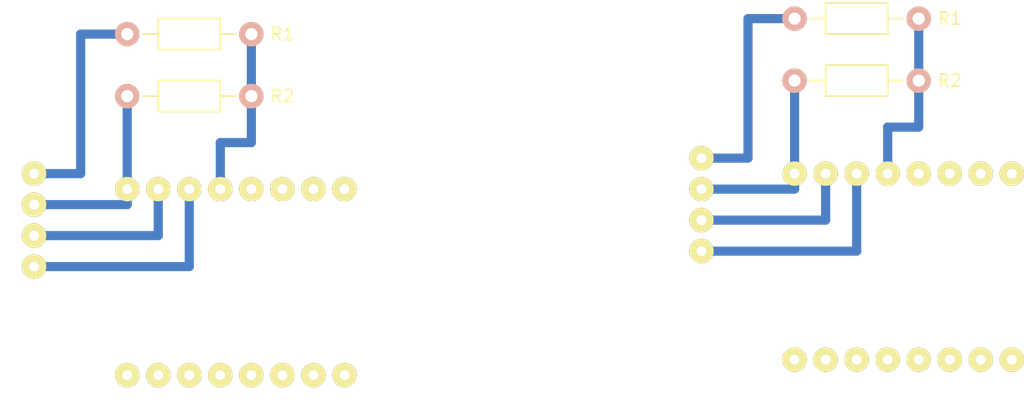
<source format=kicad_pcb>
(kicad_pcb (version 4) (host pcbnew 4.0.1-stable)

  (general
    (links 0)
    (no_connects 0)
    (area 94.8 49.074999 124.38949 82.255)
    (thickness 1.6)
    (drawings 0)
    (tracks 26)
    (zones 0)
    (modules 44)
    (nets 1)
  )

  (page A4)
  (layers
    (0 F.Cu signal)
    (31 B.Cu signal)
    (32 B.Adhes user)
    (33 F.Adhes user)
    (34 B.Paste user)
    (35 F.Paste user)
    (36 B.SilkS user)
    (37 F.SilkS user)
    (38 B.Mask user)
    (39 F.Mask user)
    (40 Dwgs.User user)
    (41 Cmts.User user)
    (42 Eco1.User user)
    (43 Eco2.User user)
    (44 Edge.Cuts user)
    (45 Margin user)
    (46 B.CrtYd user)
    (47 F.CrtYd user)
    (48 B.Fab user)
    (49 F.Fab user)
  )

  (setup
    (last_trace_width 0.75)
    (user_trace_width 0.75)
    (trace_clearance 0.2)
    (zone_clearance 0.508)
    (zone_45_only no)
    (trace_min 0.2)
    (segment_width 0.2)
    (edge_width 0.15)
    (via_size 0.6)
    (via_drill 0.4)
    (via_min_size 0.4)
    (via_min_drill 0.3)
    (uvia_size 0.3)
    (uvia_drill 0.1)
    (uvias_allowed no)
    (uvia_min_size 0.2)
    (uvia_min_drill 0.1)
    (pcb_text_width 0.3)
    (pcb_text_size 1.5 1.5)
    (mod_edge_width 0.15)
    (mod_text_size 1 1)
    (mod_text_width 0.15)
    (pad_size 1.524 1.524)
    (pad_drill 0.762)
    (pad_to_mask_clearance 0.2)
    (aux_axis_origin 0 0)
    (visible_elements FFFFFF7F)
    (pcbplotparams
      (layerselection 0x00030_80000001)
      (usegerberextensions false)
      (excludeedgelayer true)
      (linewidth 0.100000)
      (plotframeref false)
      (viasonmask false)
      (mode 1)
      (useauxorigin false)
      (hpglpennumber 1)
      (hpglpenspeed 20)
      (hpglpendiameter 15)
      (hpglpenoverlay 2)
      (psnegative false)
      (psa4output false)
      (plotreference true)
      (plotvalue true)
      (plotinvisibletext false)
      (padsonsilk false)
      (subtractmaskfromsilk false)
      (outputformat 1)
      (mirror false)
      (drillshape 1)
      (scaleselection 1)
      (outputdirectory ""))
  )

  (net 0 "")

  (net_class Default "This is the default net class."
    (clearance 0.2)
    (trace_width 0.25)
    (via_dia 0.6)
    (via_drill 0.4)
    (uvia_dia 0.3)
    (uvia_drill 0.1)
  )

  (module Resistors_ThroughHole:Resistor_Horizontal_RM10mm (layer F.Cu) (tedit 56BF9640) (tstamp 56BF9899)
    (at 160.02 49.53)
    (descr "Resistor, Axial,  RM 10mm, 1/3W")
    (tags "Resistor Axial RM 10mm 1/3W")
    (fp_text reference R1 (at 12.7 0) (layer F.SilkS)
      (effects (font (size 1 1) (thickness 0.15)))
    )
    (fp_text value 510 (at 5.08 0) (layer F.Fab)
      (effects (font (size 1 1) (thickness 0.15)))
    )
    (fp_line (start -1.25 -1.5) (end 11.4 -1.5) (layer F.CrtYd) (width 0.05))
    (fp_line (start -1.25 1.5) (end -1.25 -1.5) (layer F.CrtYd) (width 0.05))
    (fp_line (start 11.4 -1.5) (end 11.4 1.5) (layer F.CrtYd) (width 0.05))
    (fp_line (start -1.25 1.5) (end 11.4 1.5) (layer F.CrtYd) (width 0.05))
    (fp_line (start 2.54 -1.27) (end 7.62 -1.27) (layer F.SilkS) (width 0.15))
    (fp_line (start 7.62 -1.27) (end 7.62 1.27) (layer F.SilkS) (width 0.15))
    (fp_line (start 7.62 1.27) (end 2.54 1.27) (layer F.SilkS) (width 0.15))
    (fp_line (start 2.54 1.27) (end 2.54 -1.27) (layer F.SilkS) (width 0.15))
    (fp_line (start 2.54 0) (end 1.27 0) (layer F.SilkS) (width 0.15))
    (fp_line (start 7.62 0) (end 8.89 0) (layer F.SilkS) (width 0.15))
    (pad 1 thru_hole circle (at 0 0) (size 1.99898 1.99898) (drill 1.00076) (layers *.Cu *.SilkS *.Mask))
    (pad 2 thru_hole circle (at 10.16 0) (size 1.99898 1.99898) (drill 1.00076) (layers *.Cu *.SilkS *.Mask))
    (model Resistors_ThroughHole.3dshapes/Resistor_Horizontal_RM10mm.wrl
      (at (xyz 0 0 0))
      (scale (xyz 0.4 0.4 0.4))
      (rotate (xyz 0 0 0))
    )
  )

  (module Wire_Pads:SolderWirePad_single_0-8mmDrill (layer F.Cu) (tedit 56BF9357) (tstamp 56BF9895)
    (at 160.02 62.23)
    (fp_text reference "" (at 0 -2.54) (layer F.SilkS)
      (effects (font (size 1 1) (thickness 0.15)))
    )
    (fp_text value "" (at 0 2.54) (layer F.Fab)
      (effects (font (size 1 1) (thickness 0.15)))
    )
    (pad 1 thru_hole circle (at 0 0) (size 1.99898 1.99898) (drill 0.8001) (layers *.Cu *.Mask F.SilkS))
  )

  (module Wire_Pads:SolderWirePad_single_0-8mmDrill (layer F.Cu) (tedit 56BF9357) (tstamp 56BF9891)
    (at 162.56 62.23)
    (fp_text reference "" (at 0 -2.54) (layer F.SilkS)
      (effects (font (size 1 1) (thickness 0.15)))
    )
    (fp_text value "" (at 0 2.54) (layer F.Fab)
      (effects (font (size 1 1) (thickness 0.15)))
    )
    (pad 1 thru_hole circle (at 0 0) (size 1.99898 1.99898) (drill 0.8001) (layers *.Cu *.Mask F.SilkS))
  )

  (module Wire_Pads:SolderWirePad_single_0-8mmDrill (layer F.Cu) (tedit 56BF9357) (tstamp 56BF988D)
    (at 167.64 62.23)
    (fp_text reference "" (at 0 -2.54) (layer F.SilkS)
      (effects (font (size 1 1) (thickness 0.15)))
    )
    (fp_text value "" (at 0 2.54) (layer F.Fab)
      (effects (font (size 1 1) (thickness 0.15)))
    )
    (pad 1 thru_hole circle (at 0 0) (size 1.99898 1.99898) (drill 0.8001) (layers *.Cu *.Mask F.SilkS))
  )

  (module Wire_Pads:SolderWirePad_single_0-8mmDrill (layer F.Cu) (tedit 56BF9357) (tstamp 56BF9889)
    (at 165.1 62.23)
    (fp_text reference "" (at 0 -2.54) (layer F.SilkS)
      (effects (font (size 1 1) (thickness 0.15)))
    )
    (fp_text value "" (at 0 2.54) (layer F.Fab)
      (effects (font (size 1 1) (thickness 0.15)))
    )
    (pad 1 thru_hole circle (at 0 0) (size 1.99898 1.99898) (drill 0.8001) (layers *.Cu *.Mask F.SilkS))
  )

  (module Wire_Pads:SolderWirePad_single_0-8mmDrill (layer F.Cu) (tedit 56BF9357) (tstamp 56BF9885)
    (at 175.26 62.23)
    (fp_text reference "" (at 0 -2.54) (layer F.SilkS)
      (effects (font (size 1 1) (thickness 0.15)))
    )
    (fp_text value "" (at 0 2.54) (layer F.Fab)
      (effects (font (size 1 1) (thickness 0.15)))
    )
    (pad 1 thru_hole circle (at 0 0) (size 1.99898 1.99898) (drill 0.8001) (layers *.Cu *.Mask F.SilkS))
  )

  (module Wire_Pads:SolderWirePad_single_0-8mmDrill (layer F.Cu) (tedit 56BF9357) (tstamp 56BF9881)
    (at 177.8 62.23)
    (fp_text reference "" (at 0 -2.54) (layer F.SilkS)
      (effects (font (size 1 1) (thickness 0.15)))
    )
    (fp_text value "" (at 0 2.54) (layer F.Fab)
      (effects (font (size 1 1) (thickness 0.15)))
    )
    (pad 1 thru_hole circle (at 0 0) (size 1.99898 1.99898) (drill 0.8001) (layers *.Cu *.Mask F.SilkS))
  )

  (module Wire_Pads:SolderWirePad_single_0-8mmDrill (layer F.Cu) (tedit 56BF9357) (tstamp 56BF987D)
    (at 172.72 62.23)
    (fp_text reference "" (at 0 -2.54) (layer F.SilkS)
      (effects (font (size 1 1) (thickness 0.15)))
    )
    (fp_text value "" (at 0 2.54) (layer F.Fab)
      (effects (font (size 1 1) (thickness 0.15)))
    )
    (pad 1 thru_hole circle (at 0 0) (size 1.99898 1.99898) (drill 0.8001) (layers *.Cu *.Mask F.SilkS))
  )

  (module Wire_Pads:SolderWirePad_single_0-8mmDrill (layer F.Cu) (tedit 56BF9357) (tstamp 56BF9879)
    (at 170.18 62.23)
    (fp_text reference "" (at 0 -2.54) (layer F.SilkS)
      (effects (font (size 1 1) (thickness 0.15)))
    )
    (fp_text value "" (at 0 2.54) (layer F.Fab)
      (effects (font (size 1 1) (thickness 0.15)))
    )
    (pad 1 thru_hole circle (at 0 0) (size 1.99898 1.99898) (drill 0.8001) (layers *.Cu *.Mask F.SilkS))
  )

  (module Wire_Pads:SolderWirePad_single_0-8mmDrill (layer F.Cu) (tedit 56BF9357) (tstamp 56BF9875)
    (at 170.18 77.47)
    (fp_text reference "" (at 0 -2.54) (layer F.SilkS)
      (effects (font (size 1 1) (thickness 0.15)))
    )
    (fp_text value "" (at 0 2.54) (layer F.Fab)
      (effects (font (size 1 1) (thickness 0.15)))
    )
    (pad 1 thru_hole circle (at 0 0) (size 1.99898 1.99898) (drill 0.8001) (layers *.Cu *.Mask F.SilkS))
  )

  (module Wire_Pads:SolderWirePad_single_0-8mmDrill (layer F.Cu) (tedit 56BF9357) (tstamp 56BF9871)
    (at 172.72 77.47)
    (fp_text reference "" (at 0 -2.54) (layer F.SilkS)
      (effects (font (size 1 1) (thickness 0.15)))
    )
    (fp_text value "" (at 0 2.54) (layer F.Fab)
      (effects (font (size 1 1) (thickness 0.15)))
    )
    (pad 1 thru_hole circle (at 0 0) (size 1.99898 1.99898) (drill 0.8001) (layers *.Cu *.Mask F.SilkS))
  )

  (module Wire_Pads:SolderWirePad_single_0-8mmDrill (layer F.Cu) (tedit 56BF9357) (tstamp 56BF986D)
    (at 177.8 77.47)
    (fp_text reference "" (at 0 -2.54) (layer F.SilkS)
      (effects (font (size 1 1) (thickness 0.15)))
    )
    (fp_text value "" (at 0 2.54) (layer F.Fab)
      (effects (font (size 1 1) (thickness 0.15)))
    )
    (pad 1 thru_hole circle (at 0 0) (size 1.99898 1.99898) (drill 0.8001) (layers *.Cu *.Mask F.SilkS))
  )

  (module Wire_Pads:SolderWirePad_single_0-8mmDrill (layer F.Cu) (tedit 56BF9357) (tstamp 56BF9869)
    (at 175.26 77.47)
    (fp_text reference "" (at 0 -2.54) (layer F.SilkS)
      (effects (font (size 1 1) (thickness 0.15)))
    )
    (fp_text value "" (at 0 2.54) (layer F.Fab)
      (effects (font (size 1 1) (thickness 0.15)))
    )
    (pad 1 thru_hole circle (at 0 0) (size 1.99898 1.99898) (drill 0.8001) (layers *.Cu *.Mask F.SilkS))
  )

  (module Wire_Pads:SolderWirePad_single_0-8mmDrill (layer F.Cu) (tedit 56BF9357) (tstamp 56BF9865)
    (at 165.1 77.47)
    (fp_text reference "" (at 0 -2.54) (layer F.SilkS)
      (effects (font (size 1 1) (thickness 0.15)))
    )
    (fp_text value "" (at 0 2.54) (layer F.Fab)
      (effects (font (size 1 1) (thickness 0.15)))
    )
    (pad 1 thru_hole circle (at 0 0) (size 1.99898 1.99898) (drill 0.8001) (layers *.Cu *.Mask F.SilkS))
  )

  (module Wire_Pads:SolderWirePad_single_0-8mmDrill (layer F.Cu) (tedit 56BF9357) (tstamp 56BF9861)
    (at 167.64 77.47)
    (fp_text reference "" (at 0 -2.54) (layer F.SilkS)
      (effects (font (size 1 1) (thickness 0.15)))
    )
    (fp_text value "" (at 0 2.54) (layer F.Fab)
      (effects (font (size 1 1) (thickness 0.15)))
    )
    (pad 1 thru_hole circle (at 0 0) (size 1.99898 1.99898) (drill 0.8001) (layers *.Cu *.Mask F.SilkS))
  )

  (module Wire_Pads:SolderWirePad_single_0-8mmDrill (layer F.Cu) (tedit 56BF9357) (tstamp 56BF985D)
    (at 162.56 77.47)
    (fp_text reference "" (at 0 -2.54) (layer F.SilkS)
      (effects (font (size 1 1) (thickness 0.15)))
    )
    (fp_text value "" (at 0 2.54) (layer F.Fab)
      (effects (font (size 1 1) (thickness 0.15)))
    )
    (pad 1 thru_hole circle (at 0 0) (size 1.99898 1.99898) (drill 0.8001) (layers *.Cu *.Mask F.SilkS))
  )

  (module Wire_Pads:SolderWirePad_single_0-8mmDrill (layer F.Cu) (tedit 56BF9357) (tstamp 56BF9859)
    (at 160.02 77.47)
    (fp_text reference "" (at 0 -2.54) (layer F.SilkS)
      (effects (font (size 1 1) (thickness 0.15)))
    )
    (fp_text value "" (at 0 2.54) (layer F.Fab)
      (effects (font (size 1 1) (thickness 0.15)))
    )
    (pad 1 thru_hole circle (at 0 0) (size 1.99898 1.99898) (drill 0.8001) (layers *.Cu *.Mask F.SilkS))
  )

  (module Resistors_ThroughHole:Resistor_Horizontal_RM10mm (layer F.Cu) (tedit 56BF9662) (tstamp 56BF984A)
    (at 160.02 54.61)
    (descr "Resistor, Axial,  RM 10mm, 1/3W")
    (tags "Resistor Axial RM 10mm 1/3W")
    (fp_text reference R2 (at 12.7 0) (layer F.SilkS)
      (effects (font (size 1 1) (thickness 0.15)))
    )
    (fp_text value 1K (at 5.08 0) (layer F.Fab)
      (effects (font (size 1 1) (thickness 0.15)))
    )
    (fp_line (start -1.25 -1.5) (end 11.4 -1.5) (layer F.CrtYd) (width 0.05))
    (fp_line (start -1.25 1.5) (end -1.25 -1.5) (layer F.CrtYd) (width 0.05))
    (fp_line (start 11.4 -1.5) (end 11.4 1.5) (layer F.CrtYd) (width 0.05))
    (fp_line (start -1.25 1.5) (end 11.4 1.5) (layer F.CrtYd) (width 0.05))
    (fp_line (start 2.54 -1.27) (end 7.62 -1.27) (layer F.SilkS) (width 0.15))
    (fp_line (start 7.62 -1.27) (end 7.62 1.27) (layer F.SilkS) (width 0.15))
    (fp_line (start 7.62 1.27) (end 2.54 1.27) (layer F.SilkS) (width 0.15))
    (fp_line (start 2.54 1.27) (end 2.54 -1.27) (layer F.SilkS) (width 0.15))
    (fp_line (start 2.54 0) (end 1.27 0) (layer F.SilkS) (width 0.15))
    (fp_line (start 7.62 0) (end 8.89 0) (layer F.SilkS) (width 0.15))
    (pad 1 thru_hole circle (at 0 0) (size 1.99898 1.99898) (drill 1.00076) (layers *.Cu *.SilkS *.Mask))
    (pad 2 thru_hole circle (at 10.16 0) (size 1.99898 1.99898) (drill 1.00076) (layers *.Cu *.SilkS *.Mask))
    (model Resistors_ThroughHole.3dshapes/Resistor_Horizontal_RM10mm.wrl
      (at (xyz 0 0 0))
      (scale (xyz 0.4 0.4 0.4))
      (rotate (xyz 0 0 0))
    )
  )

  (module Wire_Pads:SolderWirePad_single_0-8mmDrill (layer F.Cu) (tedit 56BF9357) (tstamp 56BF9846)
    (at 152.4 60.96)
    (fp_text reference "" (at 0 -2.54) (layer F.SilkS)
      (effects (font (size 1 1) (thickness 0.15)))
    )
    (fp_text value "" (at 0 2.54) (layer F.Fab)
      (effects (font (size 1 1) (thickness 0.15)))
    )
    (pad 1 thru_hole circle (at 0 0) (size 1.99898 1.99898) (drill 0.8001) (layers *.Cu *.Mask F.SilkS))
  )

  (module Wire_Pads:SolderWirePad_single_0-8mmDrill (layer F.Cu) (tedit 56BF9357) (tstamp 56BF9842)
    (at 152.4 63.5)
    (fp_text reference "" (at 0 -2.54) (layer F.SilkS)
      (effects (font (size 1 1) (thickness 0.15)))
    )
    (fp_text value "" (at 0 2.54) (layer F.Fab)
      (effects (font (size 1 1) (thickness 0.15)))
    )
    (pad 1 thru_hole circle (at 0 0) (size 1.99898 1.99898) (drill 0.8001) (layers *.Cu *.Mask F.SilkS))
  )

  (module Wire_Pads:SolderWirePad_single_0-8mmDrill (layer F.Cu) (tedit 56BF9357) (tstamp 56BF983E)
    (at 152.4 68.58)
    (fp_text reference "" (at 0 -2.54) (layer F.SilkS)
      (effects (font (size 1 1) (thickness 0.15)))
    )
    (fp_text value "" (at 0 2.54) (layer F.Fab)
      (effects (font (size 1 1) (thickness 0.15)))
    )
    (pad 1 thru_hole circle (at 0 0) (size 1.99898 1.99898) (drill 0.8001) (layers *.Cu *.Mask F.SilkS))
  )

  (module Wire_Pads:SolderWirePad_single_0-8mmDrill (layer F.Cu) (tedit 56BF97B0) (tstamp 56BF983A)
    (at 149.86 68.58)
    (fp_text reference "" (at 0 -2.54) (layer F.SilkS)
      (effects (font (size 1 1) (thickness 0.15)))
    )
    (fp_text value "" (at 0 2.54) (layer F.Fab)
      (effects (font (size 1 1) (thickness 0.15)))
    )
    (pad 1 thru_hole circle (at 2.54 -2.54) (size 1.99898 1.99898) (drill 0.8001) (layers *.Cu *.Mask F.SilkS))
  )

  (module Wire_Pads:SolderWirePad_single_0-8mmDrill (layer F.Cu) (tedit 56BF97B0) (tstamp 56BF97A1)
    (at 95.25 69.85)
    (fp_text reference "" (at 0 -2.54) (layer F.SilkS)
      (effects (font (size 1 1) (thickness 0.15)))
    )
    (fp_text value "" (at 0 2.54) (layer F.Fab)
      (effects (font (size 1 1) (thickness 0.15)))
    )
    (pad 1 thru_hole circle (at 2.54 -2.54) (size 1.99898 1.99898) (drill 0.8001) (layers *.Cu *.Mask F.SilkS))
  )

  (module Wire_Pads:SolderWirePad_single_0-8mmDrill (layer F.Cu) (tedit 56BF9357) (tstamp 56BF979D)
    (at 97.79 69.85)
    (fp_text reference "" (at 0 -2.54) (layer F.SilkS)
      (effects (font (size 1 1) (thickness 0.15)))
    )
    (fp_text value "" (at 0 2.54) (layer F.Fab)
      (effects (font (size 1 1) (thickness 0.15)))
    )
    (pad 1 thru_hole circle (at 0 0) (size 1.99898 1.99898) (drill 0.8001) (layers *.Cu *.Mask F.SilkS))
  )

  (module Wire_Pads:SolderWirePad_single_0-8mmDrill (layer F.Cu) (tedit 56BF9357) (tstamp 56BF9799)
    (at 97.79 64.77)
    (fp_text reference "" (at 0 -2.54) (layer F.SilkS)
      (effects (font (size 1 1) (thickness 0.15)))
    )
    (fp_text value "" (at 0 2.54) (layer F.Fab)
      (effects (font (size 1 1) (thickness 0.15)))
    )
    (pad 1 thru_hole circle (at 0 0) (size 1.99898 1.99898) (drill 0.8001) (layers *.Cu *.Mask F.SilkS))
  )

  (module Wire_Pads:SolderWirePad_single_0-8mmDrill (layer F.Cu) (tedit 56BF9357) (tstamp 56BF9795)
    (at 97.79 62.23)
    (fp_text reference "" (at 0 -2.54) (layer F.SilkS)
      (effects (font (size 1 1) (thickness 0.15)))
    )
    (fp_text value "" (at 0 2.54) (layer F.Fab)
      (effects (font (size 1 1) (thickness 0.15)))
    )
    (pad 1 thru_hole circle (at 0 0) (size 1.99898 1.99898) (drill 0.8001) (layers *.Cu *.Mask F.SilkS))
  )

  (module Resistors_ThroughHole:Resistor_Horizontal_RM10mm (layer F.Cu) (tedit 56BF9662) (tstamp 56BF965A)
    (at 105.41 55.88)
    (descr "Resistor, Axial,  RM 10mm, 1/3W")
    (tags "Resistor Axial RM 10mm 1/3W")
    (fp_text reference R2 (at 12.7 0) (layer F.SilkS)
      (effects (font (size 1 1) (thickness 0.15)))
    )
    (fp_text value 1K (at 5.08 0) (layer F.Fab)
      (effects (font (size 1 1) (thickness 0.15)))
    )
    (fp_line (start -1.25 -1.5) (end 11.4 -1.5) (layer F.CrtYd) (width 0.05))
    (fp_line (start -1.25 1.5) (end -1.25 -1.5) (layer F.CrtYd) (width 0.05))
    (fp_line (start 11.4 -1.5) (end 11.4 1.5) (layer F.CrtYd) (width 0.05))
    (fp_line (start -1.25 1.5) (end 11.4 1.5) (layer F.CrtYd) (width 0.05))
    (fp_line (start 2.54 -1.27) (end 7.62 -1.27) (layer F.SilkS) (width 0.15))
    (fp_line (start 7.62 -1.27) (end 7.62 1.27) (layer F.SilkS) (width 0.15))
    (fp_line (start 7.62 1.27) (end 2.54 1.27) (layer F.SilkS) (width 0.15))
    (fp_line (start 2.54 1.27) (end 2.54 -1.27) (layer F.SilkS) (width 0.15))
    (fp_line (start 2.54 0) (end 1.27 0) (layer F.SilkS) (width 0.15))
    (fp_line (start 7.62 0) (end 8.89 0) (layer F.SilkS) (width 0.15))
    (pad 1 thru_hole circle (at 0 0) (size 1.99898 1.99898) (drill 1.00076) (layers *.Cu *.SilkS *.Mask))
    (pad 2 thru_hole circle (at 10.16 0) (size 1.99898 1.99898) (drill 1.00076) (layers *.Cu *.SilkS *.Mask))
    (model Resistors_ThroughHole.3dshapes/Resistor_Horizontal_RM10mm.wrl
      (at (xyz 0 0 0))
      (scale (xyz 0.4 0.4 0.4))
      (rotate (xyz 0 0 0))
    )
  )

  (module Wire_Pads:SolderWirePad_single_0-8mmDrill (layer F.Cu) (tedit 56BF9357) (tstamp 56BF93C7)
    (at 105.41 78.74)
    (fp_text reference "" (at 0 -2.54) (layer F.SilkS)
      (effects (font (size 1 1) (thickness 0.15)))
    )
    (fp_text value "" (at 0 2.54) (layer F.Fab)
      (effects (font (size 1 1) (thickness 0.15)))
    )
    (pad 1 thru_hole circle (at 0 0) (size 1.99898 1.99898) (drill 0.8001) (layers *.Cu *.Mask F.SilkS))
  )

  (module Wire_Pads:SolderWirePad_single_0-8mmDrill (layer F.Cu) (tedit 56BF9357) (tstamp 56BF93C3)
    (at 107.95 78.74)
    (fp_text reference "" (at 0 -2.54) (layer F.SilkS)
      (effects (font (size 1 1) (thickness 0.15)))
    )
    (fp_text value "" (at 0 2.54) (layer F.Fab)
      (effects (font (size 1 1) (thickness 0.15)))
    )
    (pad 1 thru_hole circle (at 0 0) (size 1.99898 1.99898) (drill 0.8001) (layers *.Cu *.Mask F.SilkS))
  )

  (module Wire_Pads:SolderWirePad_single_0-8mmDrill (layer F.Cu) (tedit 56BF9357) (tstamp 56BF93BF)
    (at 113.03 78.74)
    (fp_text reference "" (at 0 -2.54) (layer F.SilkS)
      (effects (font (size 1 1) (thickness 0.15)))
    )
    (fp_text value "" (at 0 2.54) (layer F.Fab)
      (effects (font (size 1 1) (thickness 0.15)))
    )
    (pad 1 thru_hole circle (at 0 0) (size 1.99898 1.99898) (drill 0.8001) (layers *.Cu *.Mask F.SilkS))
  )

  (module Wire_Pads:SolderWirePad_single_0-8mmDrill (layer F.Cu) (tedit 56BF9357) (tstamp 56BF93BB)
    (at 110.49 78.74)
    (fp_text reference "" (at 0 -2.54) (layer F.SilkS)
      (effects (font (size 1 1) (thickness 0.15)))
    )
    (fp_text value "" (at 0 2.54) (layer F.Fab)
      (effects (font (size 1 1) (thickness 0.15)))
    )
    (pad 1 thru_hole circle (at 0 0) (size 1.99898 1.99898) (drill 0.8001) (layers *.Cu *.Mask F.SilkS))
  )

  (module Wire_Pads:SolderWirePad_single_0-8mmDrill (layer F.Cu) (tedit 56BF9357) (tstamp 56BF93B7)
    (at 120.65 78.74)
    (fp_text reference "" (at 0 -2.54) (layer F.SilkS)
      (effects (font (size 1 1) (thickness 0.15)))
    )
    (fp_text value "" (at 0 2.54) (layer F.Fab)
      (effects (font (size 1 1) (thickness 0.15)))
    )
    (pad 1 thru_hole circle (at 0 0) (size 1.99898 1.99898) (drill 0.8001) (layers *.Cu *.Mask F.SilkS))
  )

  (module Wire_Pads:SolderWirePad_single_0-8mmDrill (layer F.Cu) (tedit 56BF9357) (tstamp 56BF93B3)
    (at 123.19 78.74)
    (fp_text reference "" (at 0 -2.54) (layer F.SilkS)
      (effects (font (size 1 1) (thickness 0.15)))
    )
    (fp_text value "" (at 0 2.54) (layer F.Fab)
      (effects (font (size 1 1) (thickness 0.15)))
    )
    (pad 1 thru_hole circle (at 0 0) (size 1.99898 1.99898) (drill 0.8001) (layers *.Cu *.Mask F.SilkS))
  )

  (module Wire_Pads:SolderWirePad_single_0-8mmDrill (layer F.Cu) (tedit 56BF9357) (tstamp 56BF93AF)
    (at 118.11 78.74)
    (fp_text reference "" (at 0 -2.54) (layer F.SilkS)
      (effects (font (size 1 1) (thickness 0.15)))
    )
    (fp_text value "" (at 0 2.54) (layer F.Fab)
      (effects (font (size 1 1) (thickness 0.15)))
    )
    (pad 1 thru_hole circle (at 0 0) (size 1.99898 1.99898) (drill 0.8001) (layers *.Cu *.Mask F.SilkS))
  )

  (module Wire_Pads:SolderWirePad_single_0-8mmDrill (layer F.Cu) (tedit 56BF9357) (tstamp 56BF93AB)
    (at 115.57 78.74)
    (fp_text reference "" (at 0 -2.54) (layer F.SilkS)
      (effects (font (size 1 1) (thickness 0.15)))
    )
    (fp_text value "" (at 0 2.54) (layer F.Fab)
      (effects (font (size 1 1) (thickness 0.15)))
    )
    (pad 1 thru_hole circle (at 0 0) (size 1.99898 1.99898) (drill 0.8001) (layers *.Cu *.Mask F.SilkS))
  )

  (module Wire_Pads:SolderWirePad_single_0-8mmDrill (layer F.Cu) (tedit 56BF9357) (tstamp 56BF9391)
    (at 115.57 63.5)
    (fp_text reference "" (at 0 -2.54) (layer F.SilkS)
      (effects (font (size 1 1) (thickness 0.15)))
    )
    (fp_text value "" (at 0 2.54) (layer F.Fab)
      (effects (font (size 1 1) (thickness 0.15)))
    )
    (pad 1 thru_hole circle (at 0 0) (size 1.99898 1.99898) (drill 0.8001) (layers *.Cu *.Mask F.SilkS))
  )

  (module Wire_Pads:SolderWirePad_single_0-8mmDrill (layer F.Cu) (tedit 56BF9357) (tstamp 56BF938D)
    (at 118.11 63.5)
    (fp_text reference "" (at 0 -2.54) (layer F.SilkS)
      (effects (font (size 1 1) (thickness 0.15)))
    )
    (fp_text value "" (at 0 2.54) (layer F.Fab)
      (effects (font (size 1 1) (thickness 0.15)))
    )
    (pad 1 thru_hole circle (at 0 0) (size 1.99898 1.99898) (drill 0.8001) (layers *.Cu *.Mask F.SilkS))
  )

  (module Wire_Pads:SolderWirePad_single_0-8mmDrill (layer F.Cu) (tedit 56BF9357) (tstamp 56BF9389)
    (at 123.19 63.5)
    (fp_text reference "" (at 0 -2.54) (layer F.SilkS)
      (effects (font (size 1 1) (thickness 0.15)))
    )
    (fp_text value "" (at 0 2.54) (layer F.Fab)
      (effects (font (size 1 1) (thickness 0.15)))
    )
    (pad 1 thru_hole circle (at 0 0) (size 1.99898 1.99898) (drill 0.8001) (layers *.Cu *.Mask F.SilkS))
  )

  (module Wire_Pads:SolderWirePad_single_0-8mmDrill (layer F.Cu) (tedit 56BF9357) (tstamp 56BF9385)
    (at 120.65 63.5)
    (fp_text reference "" (at 0 -2.54) (layer F.SilkS)
      (effects (font (size 1 1) (thickness 0.15)))
    )
    (fp_text value "" (at 0 2.54) (layer F.Fab)
      (effects (font (size 1 1) (thickness 0.15)))
    )
    (pad 1 thru_hole circle (at 0 0) (size 1.99898 1.99898) (drill 0.8001) (layers *.Cu *.Mask F.SilkS))
  )

  (module Wire_Pads:SolderWirePad_single_0-8mmDrill (layer F.Cu) (tedit 56BF9357) (tstamp 56BF937A)
    (at 110.49 63.5)
    (fp_text reference "" (at 0 -2.54) (layer F.SilkS)
      (effects (font (size 1 1) (thickness 0.15)))
    )
    (fp_text value "" (at 0 2.54) (layer F.Fab)
      (effects (font (size 1 1) (thickness 0.15)))
    )
    (pad 1 thru_hole circle (at 0 0) (size 1.99898 1.99898) (drill 0.8001) (layers *.Cu *.Mask F.SilkS))
  )

  (module Wire_Pads:SolderWirePad_single_0-8mmDrill (layer F.Cu) (tedit 56BF9357) (tstamp 56BF9376)
    (at 113.03 63.5)
    (fp_text reference "" (at 0 -2.54) (layer F.SilkS)
      (effects (font (size 1 1) (thickness 0.15)))
    )
    (fp_text value "" (at 0 2.54) (layer F.Fab)
      (effects (font (size 1 1) (thickness 0.15)))
    )
    (pad 1 thru_hole circle (at 0 0) (size 1.99898 1.99898) (drill 0.8001) (layers *.Cu *.Mask F.SilkS))
  )

  (module Wire_Pads:SolderWirePad_single_0-8mmDrill (layer F.Cu) (tedit 56BF9357) (tstamp 56BF936B)
    (at 107.95 63.5)
    (fp_text reference "" (at 0 -2.54) (layer F.SilkS)
      (effects (font (size 1 1) (thickness 0.15)))
    )
    (fp_text value "" (at 0 2.54) (layer F.Fab)
      (effects (font (size 1 1) (thickness 0.15)))
    )
    (pad 1 thru_hole circle (at 0 0) (size 1.99898 1.99898) (drill 0.8001) (layers *.Cu *.Mask F.SilkS))
  )

  (module Wire_Pads:SolderWirePad_single_0-8mmDrill (layer F.Cu) (tedit 56BF9357) (tstamp 56BF9352)
    (at 105.41 63.5)
    (fp_text reference "" (at 0 -2.54) (layer F.SilkS)
      (effects (font (size 1 1) (thickness 0.15)))
    )
    (fp_text value "" (at 0 2.54) (layer F.Fab)
      (effects (font (size 1 1) (thickness 0.15)))
    )
    (pad 1 thru_hole circle (at 0 0) (size 1.99898 1.99898) (drill 0.8001) (layers *.Cu *.Mask F.SilkS))
  )

  (module Resistors_ThroughHole:Resistor_Horizontal_RM10mm (layer F.Cu) (tedit 56BF9640) (tstamp 56BF952C)
    (at 105.41 50.8)
    (descr "Resistor, Axial,  RM 10mm, 1/3W")
    (tags "Resistor Axial RM 10mm 1/3W")
    (fp_text reference R1 (at 12.7 0) (layer F.SilkS)
      (effects (font (size 1 1) (thickness 0.15)))
    )
    (fp_text value 510 (at 5.08 0) (layer F.Fab)
      (effects (font (size 1 1) (thickness 0.15)))
    )
    (fp_line (start -1.25 -1.5) (end 11.4 -1.5) (layer F.CrtYd) (width 0.05))
    (fp_line (start -1.25 1.5) (end -1.25 -1.5) (layer F.CrtYd) (width 0.05))
    (fp_line (start 11.4 -1.5) (end 11.4 1.5) (layer F.CrtYd) (width 0.05))
    (fp_line (start -1.25 1.5) (end 11.4 1.5) (layer F.CrtYd) (width 0.05))
    (fp_line (start 2.54 -1.27) (end 7.62 -1.27) (layer F.SilkS) (width 0.15))
    (fp_line (start 7.62 -1.27) (end 7.62 1.27) (layer F.SilkS) (width 0.15))
    (fp_line (start 7.62 1.27) (end 2.54 1.27) (layer F.SilkS) (width 0.15))
    (fp_line (start 2.54 1.27) (end 2.54 -1.27) (layer F.SilkS) (width 0.15))
    (fp_line (start 2.54 0) (end 1.27 0) (layer F.SilkS) (width 0.15))
    (fp_line (start 7.62 0) (end 8.89 0) (layer F.SilkS) (width 0.15))
    (pad 1 thru_hole circle (at 0 0) (size 1.99898 1.99898) (drill 1.00076) (layers *.Cu *.SilkS *.Mask))
    (pad 2 thru_hole circle (at 10.16 0) (size 1.99898 1.99898) (drill 1.00076) (layers *.Cu *.SilkS *.Mask))
    (model Resistors_ThroughHole.3dshapes/Resistor_Horizontal_RM10mm.wrl
      (at (xyz 0 0 0))
      (scale (xyz 0.4 0.4 0.4))
      (rotate (xyz 0 0 0))
    )
  )

  (segment (start 167.64 58.42) (end 170.18 58.42) (width 0.75) (layer B.Cu) (net 0) (tstamp 56BF98B4))
  (segment (start 170.18 58.42) (end 170.18 49.53) (width 0.75) (layer B.Cu) (net 0) (tstamp 56BF98B3))
  (segment (start 167.64 62.23) (end 167.64 58.42) (width 0.75) (layer B.Cu) (net 0) (tstamp 56BF98B2))
  (segment (start 160.02 54.61) (end 160.02 62.23) (width 0.75) (layer B.Cu) (net 0) (tstamp 56BF98B1))
  (segment (start 162.56 66.04) (end 152.4 66.04) (width 0.75) (layer B.Cu) (net 0) (tstamp 56BF98B0))
  (segment (start 162.56 62.23) (end 162.56 66.04) (width 0.75) (layer B.Cu) (net 0) (tstamp 56BF98AF))
  (segment (start 165.1 68.58) (end 152.4 68.58) (width 0.75) (layer B.Cu) (net 0) (tstamp 56BF98AE))
  (segment (start 165.1 62.23) (end 165.1 68.58) (width 0.75) (layer B.Cu) (net 0) (tstamp 56BF98AD))
  (segment (start 160.02 62.23) (end 160.02 63.5) (width 0.75) (layer B.Cu) (net 0) (tstamp 56BF98AC))
  (segment (start 160.02 63.5) (end 152.4 63.5) (width 0.75) (layer B.Cu) (net 0) (tstamp 56BF98AB))
  (segment (start 160.02 49.53) (end 156.21 49.53) (width 0.75) (layer B.Cu) (net 0) (tstamp 56BF98AA))
  (segment (start 156.21 49.53) (end 156.21 60.96) (width 0.75) (layer B.Cu) (net 0) (tstamp 56BF98A9))
  (segment (start 156.21 60.96) (end 152.4 60.96) (width 0.75) (layer B.Cu) (net 0) (tstamp 56BF98A8))
  (segment (start 101.6 62.23) (end 97.79 62.23) (width 0.75) (layer B.Cu) (net 0) (tstamp 56BF9780))
  (segment (start 101.6 50.8) (end 101.6 62.23) (width 0.75) (layer B.Cu) (net 0) (tstamp 56BF977F))
  (segment (start 105.41 50.8) (end 101.6 50.8) (width 0.75) (layer B.Cu) (net 0))
  (segment (start 105.41 64.77) (end 97.79 64.77) (width 0.75) (layer B.Cu) (net 0) (tstamp 56BF977A))
  (segment (start 105.41 63.5) (end 105.41 64.77) (width 0.75) (layer B.Cu) (net 0))
  (segment (start 110.49 63.5) (end 110.49 69.85) (width 0.75) (layer B.Cu) (net 0))
  (segment (start 110.49 69.85) (end 97.79 69.85) (width 0.75) (layer B.Cu) (net 0) (tstamp 56BF976A))
  (segment (start 107.95 63.5) (end 107.95 67.31) (width 0.75) (layer B.Cu) (net 0))
  (segment (start 107.95 67.31) (end 97.79 67.31) (width 0.75) (layer B.Cu) (net 0) (tstamp 56BF975C))
  (segment (start 105.41 55.88) (end 105.41 63.5) (width 0.75) (layer B.Cu) (net 0))
  (segment (start 113.03 63.5) (end 113.03 59.69) (width 0.75) (layer B.Cu) (net 0))
  (segment (start 115.57 59.69) (end 115.57 50.8) (width 0.75) (layer B.Cu) (net 0) (tstamp 56BF971F))
  (segment (start 113.03 59.69) (end 115.57 59.69) (width 0.75) (layer B.Cu) (net 0) (tstamp 56BF971C))

)

</source>
